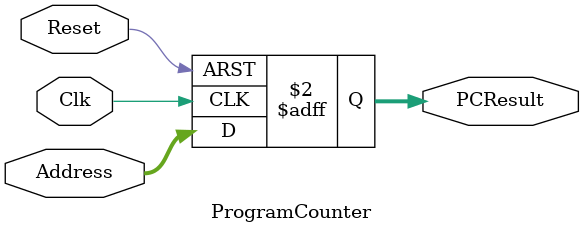
<source format=v>
`timescale 1ns / 1ps


module ProgramCounter(Address, PCResult, Reset, Clk);

	input [31:0] Address;
	input Reset, Clk;

	output reg [31:0] PCResult;

    always @(posedge Clk or posedge Reset) begin
        if (Reset) begin
            PCResult <= 0;
        end
        else begin
            PCResult <= Address;
        end
    end

endmodule


</source>
